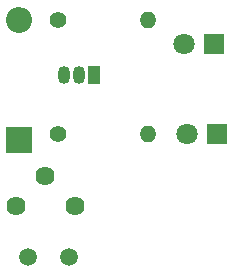
<source format=gbr>
%TF.GenerationSoftware,KiCad,Pcbnew,(6.0.0)*%
%TF.CreationDate,2022-01-11T14:15:25-05:00*%
%TF.ProjectId,automatic_night_light,6175746f-6d61-4746-9963-5f6e69676874,1*%
%TF.SameCoordinates,Original*%
%TF.FileFunction,Soldermask,Top*%
%TF.FilePolarity,Negative*%
%FSLAX46Y46*%
G04 Gerber Fmt 4.6, Leading zero omitted, Abs format (unit mm)*
G04 Created by KiCad (PCBNEW (6.0.0)) date 2022-01-11 14:15:25*
%MOMM*%
%LPD*%
G01*
G04 APERTURE LIST*
%ADD10R,2.200000X2.200000*%
%ADD11O,2.200000X2.200000*%
%ADD12R,1.800000X1.800000*%
%ADD13C,1.800000*%
%ADD14C,1.500000*%
%ADD15O,1.050000X1.500000*%
%ADD16R,1.050000X1.500000*%
%ADD17C,1.620000*%
%ADD18C,1.400000*%
%ADD19O,1.400000X1.400000*%
G04 APERTURE END LIST*
D10*
%TO.C,D1*%
X128778000Y-70612000D03*
D11*
X128778000Y-60452000D03*
%TD*%
D12*
%TO.C,D3*%
X145288000Y-62484000D03*
D13*
X142748000Y-62484000D03*
%TD*%
%TO.C,D2*%
X143007000Y-70104000D03*
D12*
X145547000Y-70104000D03*
%TD*%
D14*
%TO.C,R1*%
X133018000Y-80518000D03*
X129618000Y-80518000D03*
%TD*%
D15*
%TO.C,Q1*%
X133858000Y-65172000D03*
X132588000Y-65172000D03*
D16*
X135128000Y-65172000D03*
%TD*%
D17*
%TO.C,RV1*%
X133524000Y-76200000D03*
X131024000Y-73700000D03*
X128524000Y-76200000D03*
%TD*%
D18*
%TO.C,R3*%
X132080000Y-60452000D03*
D19*
X139700000Y-60452000D03*
%TD*%
D18*
%TO.C,R2*%
X132080000Y-70104000D03*
D19*
X139700000Y-70104000D03*
%TD*%
M02*

</source>
